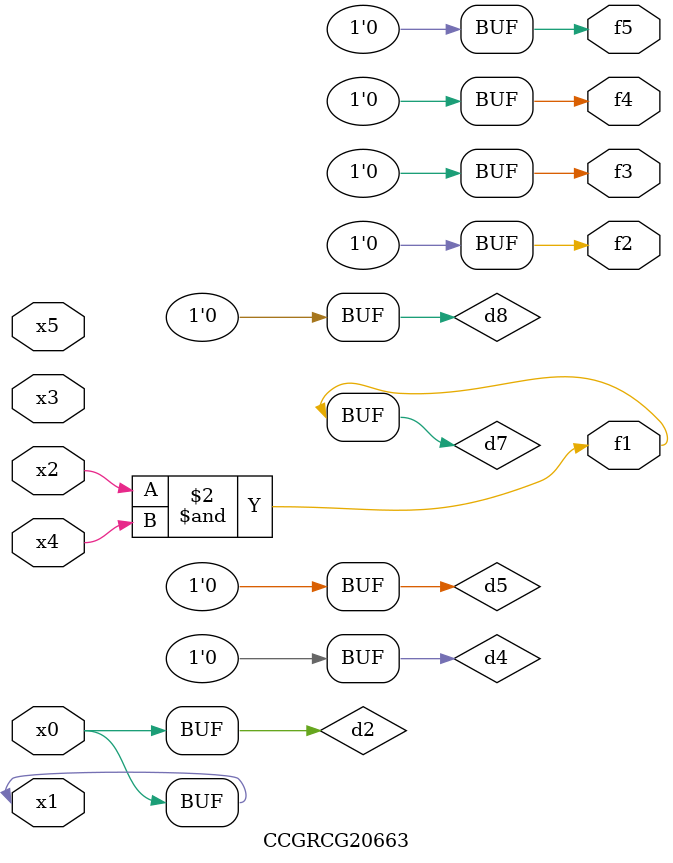
<source format=v>
module CCGRCG20663(
	input x0, x1, x2, x3, x4, x5,
	output f1, f2, f3, f4, f5
);

	wire d1, d2, d3, d4, d5, d6, d7, d8, d9;

	nand (d1, x1);
	buf (d2, x0, x1);
	nand (d3, x2, x4);
	and (d4, d1, d2);
	and (d5, d1, d2);
	nand (d6, d1, d3);
	not (d7, d3);
	xor (d8, d5);
	nor (d9, d5, d6);
	assign f1 = d7;
	assign f2 = d8;
	assign f3 = d8;
	assign f4 = d8;
	assign f5 = d8;
endmodule

</source>
